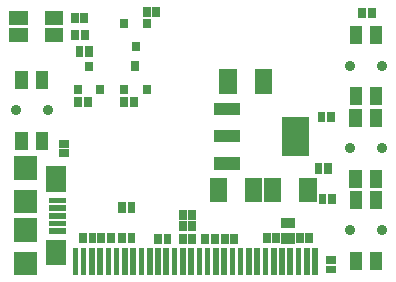
<source format=gbr>
G04 start of page 7 for group -4063 idx -4063 *
G04 Title: (unknown), componentmask *
G04 Creator: pcb 20140316 *
G04 CreationDate: Tue Dec  8 09:12:03 2015 UTC *
G04 For: clemi *
G04 Format: Gerber/RS-274X *
G04 PCB-Dimensions (mil): 1338.58 984.25 *
G04 PCB-Coordinate-Origin: lower left *
%MOIN*%
%FSLAX25Y25*%
%LNTOPMASK*%
%ADD54R,0.0355X0.0355*%
%ADD53R,0.0404X0.0404*%
%ADD52R,0.0876X0.0876*%
%ADD51R,0.0572X0.0572*%
%ADD50R,0.0266X0.0266*%
%ADD49R,0.0463X0.0463*%
%ADD48R,0.0257X0.0257*%
%ADD47R,0.0660X0.0660*%
%ADD46C,0.0001*%
%ADD45R,0.0424X0.0424*%
%ADD44R,0.0187X0.0187*%
%ADD43C,0.0345*%
G54D43*X117559Y74803D03*
X128189D03*
X6181Y59961D03*
X117520Y47244D03*
X128150D03*
X117559Y20000D03*
X128189D03*
X16811Y59961D03*
G54D44*X25984Y13189D02*Y6102D01*
X28740Y13189D02*Y6102D01*
X31496Y13189D02*Y6102D01*
G54D45*X14843Y50709D02*Y48937D01*
G54D46*G36*
X5559Y23969D02*Y16189D01*
X13339D01*
Y23969D01*
X5559D01*
G37*
G36*
Y12748D02*Y4968D01*
X13339D01*
Y12748D01*
X5559D01*
G37*
G54D44*X18110Y29921D02*X21850D01*
G54D47*X19488Y37992D02*Y36024D01*
G54D46*G36*
X5559Y44638D02*Y36858D01*
X13339D01*
Y44638D01*
X5559D01*
G37*
G36*
Y33418D02*Y25637D01*
X13339D01*
Y33418D01*
X5559D01*
G37*
G54D45*X8150Y50709D02*Y48937D01*
G54D44*X18110Y27362D02*X21850D01*
X18110Y24803D02*X21850D01*
X18110Y22244D02*X21850D01*
X18110Y19685D02*X21850D01*
G54D47*X19488Y13583D02*Y11614D01*
G54D48*X29134Y85432D02*Y84646D01*
X25986Y85432D02*Y84646D01*
X28976Y91180D02*Y90394D01*
X25828Y91180D02*Y90394D01*
G54D49*X6339Y90827D02*X7913D01*
X6339Y84921D02*X7913D01*
G54D50*X26850Y66969D02*Y66575D01*
G54D45*X8150Y70984D02*Y69213D01*
X14843Y70984D02*Y69213D01*
G54D50*X30591Y74843D02*Y74449D01*
G54D48*X27363Y79960D02*Y79174D01*
G54D49*X18150Y90827D02*X19724D01*
X18150Y84921D02*X19724D01*
G54D44*X39764Y13189D02*Y6102D01*
G54D50*X34331Y66969D02*Y66575D01*
G54D48*X37794Y17716D02*Y16930D01*
G54D50*X49724Y67047D02*Y66654D01*
X42244Y67047D02*Y66654D01*
X45984Y74921D02*Y74528D01*
G54D48*X42324Y62991D02*Y62205D01*
X45472Y62991D02*Y62205D01*
X26970Y62991D02*Y62205D01*
X30118Y62991D02*Y62205D01*
X34646Y17716D02*Y16930D01*
X44685Y27952D02*Y27166D01*
X41537Y27952D02*Y27166D01*
X21851Y45669D02*X22637D01*
X21851Y48817D02*X22637D01*
X30511Y79960D02*Y79174D01*
G54D50*X49803Y89173D02*Y88780D01*
G54D48*X49804Y93110D02*Y92324D01*
X52952Y93110D02*Y92324D01*
G54D50*X42323Y89173D02*Y88780D01*
X46063Y81299D02*Y80906D01*
G54D44*X42520Y13189D02*Y6102D01*
G54D48*X41535Y17714D02*Y16928D01*
G54D44*X45276Y13189D02*Y6102D01*
G54D48*X44683Y17714D02*Y16928D01*
G54D44*X48031Y13189D02*Y6102D01*
X50787Y13189D02*Y6102D01*
X53543Y13189D02*Y6102D01*
G54D48*X53543Y17519D02*Y16733D01*
G54D44*X34252Y13189D02*Y6102D01*
X37008Y13189D02*Y6102D01*
G54D48*X31691Y17716D02*Y16930D01*
X28543Y17716D02*Y16930D01*
G54D51*X103543Y34646D02*Y32284D01*
X91733Y34646D02*Y32284D01*
G54D48*X108346Y30905D02*Y30119D01*
X111494Y30905D02*Y30119D01*
G54D52*X99409Y53425D02*Y49094D01*
G54D48*X110235Y40944D02*Y40158D01*
X107087Y40944D02*Y40158D01*
G54D53*X74213Y60315D02*X78937D01*
G54D51*X88700Y70709D02*Y68347D01*
X76890Y70709D02*Y68347D01*
G54D53*X74213Y51260D02*X78937D01*
X74213Y42205D02*X78937D01*
G54D51*X73623Y34646D02*Y32284D01*
X85433Y34646D02*Y32284D01*
G54D44*X67323Y13189D02*Y6102D01*
X70079Y13189D02*Y6102D01*
G54D48*X69292Y17519D02*Y16733D01*
G54D44*X72835Y13189D02*Y6102D01*
G54D48*X72440Y17519D02*Y16733D01*
X61812Y21653D02*Y20867D01*
X61811Y25590D02*Y24804D01*
X64960Y21653D02*Y20867D01*
Y17519D02*Y16733D01*
X64959Y25590D02*Y24804D01*
G54D44*X75591Y13189D02*Y6102D01*
X78346Y13189D02*Y6102D01*
X81102Y13189D02*Y6102D01*
G54D48*X78936Y17519D02*Y16733D01*
X75788Y17519D02*Y16733D01*
G54D44*X83858Y13189D02*Y6102D01*
X86614Y13189D02*Y6102D01*
X89370Y13189D02*Y6102D01*
G54D48*X89765Y17716D02*Y16930D01*
G54D45*X119528Y31024D02*Y29252D01*
Y65551D02*Y63780D01*
Y85827D02*Y84055D01*
G54D48*X121654Y92913D02*Y92127D01*
G54D45*X119488Y37992D02*Y36220D01*
Y58268D02*Y56496D01*
X126220Y31024D02*Y29252D01*
Y65551D02*Y63780D01*
Y85827D02*Y84055D01*
G54D48*X124802Y92913D02*Y92127D01*
G54D45*X126181Y37992D02*Y36220D01*
Y58268D02*Y56496D01*
G54D48*X108071Y58267D02*Y57481D01*
X111219Y58267D02*Y57481D01*
G54D44*X61811Y13189D02*Y6102D01*
X64567Y13189D02*Y6102D01*
G54D48*X56691Y17519D02*Y16733D01*
X61812Y17519D02*Y16733D01*
G54D44*X56299Y13189D02*Y6102D01*
X59055Y13189D02*Y6102D01*
X92126Y13189D02*Y6102D01*
X94882Y13189D02*Y6102D01*
X97638Y13189D02*Y6102D01*
X100394Y13189D02*Y6102D01*
X103150Y13189D02*Y6102D01*
G54D48*X103937Y17716D02*Y16930D01*
G54D44*X105906Y13189D02*Y6102D01*
G54D48*X110827Y6891D02*X111613D01*
X110827Y10039D02*X111613D01*
G54D45*X126220Y10748D02*Y8976D01*
X119528Y10748D02*Y8976D01*
G54D48*X92913Y17716D02*Y16930D01*
X100789Y17716D02*Y16930D01*
G54D54*X96358Y22441D02*X97342D01*
X96358Y17323D02*X97342D01*
M02*

</source>
